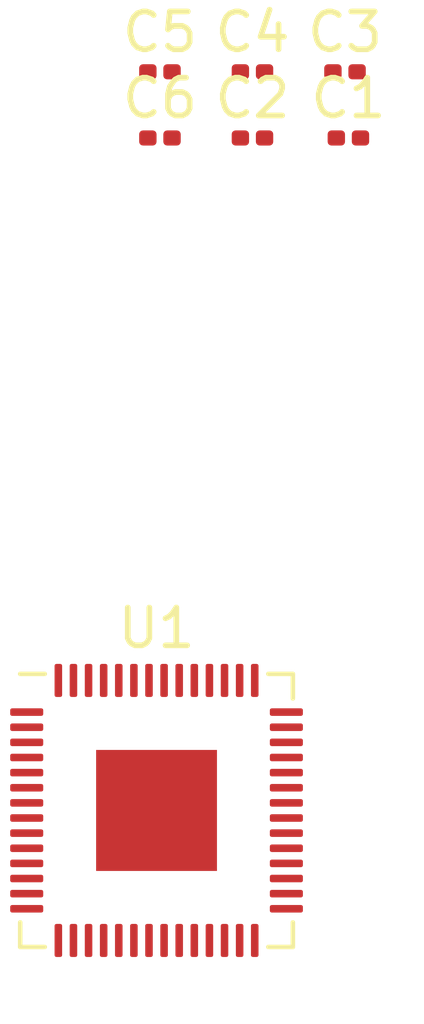
<source format=kicad_pcb>
(kicad_pcb (version 20211014) (generator pcbnew)
  (layers (0 "F.Cu" signal) (31 "B.Cu" signal) (34 "B.Paste" user) (35 "F.Paste" user) (36 "B.SilkS" user "B.Silkscreen") (37 "F.SilkS" user "F.Silkscreen") (38 "B.Mask" user) (39 "F.Mask" user) (44 "Edge.Cuts" user))
  (net 0 "")
  (net 1 "+3V3")
  (net 21 "Net-(U1-Pad23)")
  (net 52 "GND")
  (footprint "Capacitor_SMD:C_0201_0603Metric" (layer "F.Cu") (at 152.31 56.67)
    (fp_text reference "C3" (at 0 -1.05) (layer "F.SilkS"))
    (fp_text value "100n")
    (pad "1" smd roundrect (at -0.32 0) (size 0.46 0.4) (layers "F.Cu" "F.Mask") (net 1 "+3V3"))
    (pad "2" smd roundrect (at 0.32 0) (size 0.46 0.4) (layers "F.Cu" "F.Mask") (net 52 "GND"))
  )
  (footprint "Capacitor_SMD:C_0201_0603Metric" (layer "F.Cu") (at 149.86 56.67)
    (fp_text reference "C4" (at 0 -1.05) (layer "F.SilkS"))
    (fp_text value "100n")
    (pad "1" smd roundrect (at -0.32 0) (size 0.46 0.4) (layers "F.Cu" "F.Mask") (net 1 "+3V3"))
    (pad "2" smd roundrect (at 0.32 0) (size 0.46 0.4) (layers "F.Cu" "F.Mask") (net 52 "GND"))
  )
  (footprint "Capacitor_SMD:C_0201_0603Metric" (layer "F.Cu") (at 149.86 58.42)
    (fp_text reference "C2" (at 0 -1.05) (layer "F.SilkS"))
    (fp_text value "100n")
    (pad "1" smd roundrect (at -0.32 0) (size 0.46 0.4) (layers "F.Cu" "F.Mask") (net 1 "+3V3"))
    (pad "2" smd roundrect (at 0.32 0) (size 0.46 0.4) (layers "F.Cu" "F.Mask") (net 52 "GND"))
  )
  (footprint "Package_DFN_QFN:QFN-56-1EP_7x7mm_P0.4mm_EP3.2x3.2mm" (layer "F.Cu") (at 147.32 76.2)
    (fp_text reference "U1" (at 0 -4.82) (layer "F.SilkS"))
    (fp_text value "RP2040")
    (fp_line (start 3.61 3.61) (end 3.61 2.96) (layer "F.SilkS") (width 0.12))
    (fp_line (start -3.61 3.61) (end -3.61 2.96) (layer "F.SilkS") (width 0.12))
    (fp_line (start 3.61 -3.61) (end 3.61 -2.96) (layer "F.SilkS") (width 0.12))
    (fp_line (start 2.96 3.61) (end 3.61 3.61) (layer "F.SilkS") (width 0.12))
    (fp_line (start -2.96 3.61) (end -3.61 3.61) (layer "F.SilkS") (width 0.12))
    (fp_line (start -2.96 -3.61) (end -3.61 -3.61) (layer "F.SilkS") (width 0.12))
    (fp_line (start 2.96 -3.61) (end 3.61 -3.61) (layer "F.SilkS") (width 0.12))
    (pad "1" smd roundrect locked (at -3.4375 -2.6) (size 0.875 0.2) (layers "F.Cu" "F.Paste" "F.Mask") (net 1 "+3V3"))
    (pad "2" smd roundrect locked (at -3.4375 -2.2) (size 0.875 0.2) (layers "F.Cu" "F.Paste" "F.Mask"))
    (pad "3" smd roundrect locked (at -3.4375 -1.8) (size 0.875 0.2) (layers "F.Cu" "F.Paste" "F.Mask"))
    (pad "4" smd roundrect locked (at -3.4375 -1.4) (size 0.875 0.2) (layers "F.Cu" "F.Paste" "F.Mask"))
    (pad "5" smd roundrect locked (at -3.4375 -1) (size 0.875 0.2) (layers "F.Cu" "F.Paste" "F.Mask"))
    (pad "6" smd roundrect locked (at -3.4375 -0.6) (size 0.875 0.2) (layers "F.Cu" "F.Paste" "F.Mask"))
    (pad "7" smd roundrect locked (at -3.4375 -0.2) (size 0.875 0.2) (layers "F.Cu" "F.Paste" "F.Mask"))
    (pad "8" smd roundrect locked (at -3.4375 0.2) (size 0.875 0.2) (layers "F.Cu" "F.Paste" "F.Mask"))
    (pad "9" smd roundrect locked (at -3.4375 0.6) (size 0.875 0.2) (layers "F.Cu" "F.Paste" "F.Mask"))
    (pad "10" smd roundrect locked (at -3.4375 1) (size 0.875 0.2) (layers "F.Cu" "F.Paste" "F.Mask") (net 1 "+3V3"))
    (pad "11" smd roundrect locked (at -3.4375 1.4) (size 0.875 0.2) (layers "F.Cu" "F.Paste" "F.Mask"))
    (pad "12" smd roundrect locked (at -3.4375 1.8) (size 0.875 0.2) (layers "F.Cu" "F.Paste" "F.Mask"))
    (pad "13" smd roundrect locked (at -3.4375 2.2) (size 0.875 0.2) (layers "F.Cu" "F.Paste" "F.Mask"))
    (pad "14" smd roundrect locked (at -3.4375 2.6) (size 0.875 0.2) (layers "F.Cu" "F.Paste" "F.Mask"))
    (pad "15" smd roundrect locked (at -2.6 3.4375) (size 0.2 0.875) (layers "F.Cu" "F.Paste" "F.Mask"))
    (pad "16" smd roundrect locked (at -2.2 3.4375) (size 0.2 0.875) (layers "F.Cu" "F.Paste" "F.Mask"))
    (pad "17" smd roundrect locked (at -1.8 3.4375) (size 0.2 0.875) (layers "F.Cu" "F.Paste" "F.Mask"))
    (pad "18" smd roundrect locked (at -1.4 3.4375) (size 0.2 0.875) (layers "F.Cu" "F.Paste" "F.Mask"))
    (pad "19" smd roundrect locked (at -1 3.4375) (size 0.2 0.875) (layers "F.Cu" "F.Paste" "F.Mask"))
    (pad "20" smd roundrect locked (at -0.6 3.4375) (size 0.2 0.875) (layers "F.Cu" "F.Paste" "F.Mask"))
    (pad "21" smd roundrect locked (at -0.2 3.4375) (size 0.2 0.875) (layers "F.Cu" "F.Paste" "F.Mask"))
    (pad "22" smd roundrect locked (at 0.2 3.4375) (size 0.2 0.875) (layers "F.Cu" "F.Paste" "F.Mask") (net 1 "+3V3"))
    (pad "23" smd roundrect locked (at 0.6 3.4375) (size 0.2 0.875) (layers "F.Cu" "F.Paste" "F.Mask") (net 21 "Net-(U1-Pad23)"))
    (pad "24" smd roundrect locked (at 1 3.4375) (size 0.2 0.875) (layers "F.Cu" "F.Paste" "F.Mask"))
    (pad "25" smd roundrect locked (at 1.4 3.4375) (size 0.2 0.875) (layers "F.Cu" "F.Paste" "F.Mask"))
    (pad "26" smd roundrect locked (at 1.8 3.4375) (size 0.2 0.875) (layers "F.Cu" "F.Paste" "F.Mask"))
    (pad "27" smd roundrect locked (at 2.2 3.4375) (size 0.2 0.875) (layers "F.Cu" "F.Paste" "F.Mask"))
    (pad "28" smd roundrect locked (at 2.6 3.4375) (size 0.2 0.875) (layers "F.Cu" "F.Paste" "F.Mask"))
    (pad "29" smd roundrect locked (at 3.4375 2.6) (size 0.875 0.2) (layers "F.Cu" "F.Paste" "F.Mask"))
    (pad "30" smd roundrect locked (at 3.4375 2.2) (size 0.875 0.2) (layers "F.Cu" "F.Paste" "F.Mask"))
    (pad "31" smd roundrect locked (at 3.4375 1.8) (size 0.875 0.2) (layers "F.Cu" "F.Paste" "F.Mask"))
    (pad "32" smd roundrect locked (at 3.4375 1.4) (size 0.875 0.2) (layers "F.Cu" "F.Paste" "F.Mask"))
    (pad "33" smd roundrect locked (at 3.4375 1) (size 0.875 0.2) (layers "F.Cu" "F.Paste" "F.Mask") (net 1 "+3V3"))
    (pad "34" smd roundrect locked (at 3.4375 0.6) (size 0.875 0.2) (layers "F.Cu" "F.Paste" "F.Mask"))
    (pad "35" smd roundrect locked (at 3.4375 0.2) (size 0.875 0.2) (layers "F.Cu" "F.Paste" "F.Mask"))
    (pad "36" smd roundrect locked (at 3.4375 -0.2) (size 0.875 0.2) (layers "F.Cu" "F.Paste" "F.Mask"))
    (pad "37" smd roundrect locked (at 3.4375 -0.6) (size 0.875 0.2) (layers "F.Cu" "F.Paste" "F.Mask"))
    (pad "38" smd roundrect locked (at 3.4375 -1) (size 0.875 0.2) (layers "F.Cu" "F.Paste" "F.Mask"))
    (pad "39" smd roundrect locked (at 3.4375 -1.4) (size 0.875 0.2) (layers "F.Cu" "F.Paste" "F.Mask"))
    (pad "40" smd roundrect locked (at 3.4375 -1.8) (size 0.875 0.2) (layers "F.Cu" "F.Paste" "F.Mask"))
    (pad "41" smd roundrect locked (at 3.4375 -2.2) (size 0.875 0.2) (layers "F.Cu" "F.Paste" "F.Mask"))
    (pad "42" smd roundrect locked (at 3.4375 -2.6) (size 0.875 0.2) (layers "F.Cu" "F.Paste" "F.Mask") (net 1 "+3V3"))
    (pad "43" smd roundrect locked (at 2.6 -3.4375) (size 0.2 0.875) (layers "F.Cu" "F.Paste" "F.Mask"))
    (pad "44" smd roundrect locked (at 2.2 -3.4375) (size 0.2 0.875) (layers "F.Cu" "F.Paste" "F.Mask"))
    (pad "45" smd roundrect locked (at 1.8 -3.4375) (size 0.2 0.875) (layers "F.Cu" "F.Paste" "F.Mask"))
    (pad "46" smd roundrect locked (at 1.4 -3.4375) (size 0.2 0.875) (layers "F.Cu" "F.Paste" "F.Mask"))
    (pad "47" smd roundrect locked (at 1 -3.4375) (size 0.2 0.875) (layers "F.Cu" "F.Paste" "F.Mask"))
    (pad "48" smd roundrect locked (at 0.6 -3.4375) (size 0.2 0.875) (layers "F.Cu" "F.Paste" "F.Mask"))
    (pad "49" smd roundrect locked (at 0.2 -3.4375) (size 0.2 0.875) (layers "F.Cu" "F.Paste" "F.Mask") (net 1 "+3V3"))
    (pad "50" smd roundrect locked (at -0.2 -3.4375) (size 0.2 0.875) (layers "F.Cu" "F.Paste" "F.Mask") (net 21 "Net-(U1-Pad23)"))
    (pad "51" smd roundrect locked (at -0.6 -3.4375) (size 0.2 0.875) (layers "F.Cu" "F.Paste" "F.Mask"))
    (pad "52" smd roundrect locked (at -1 -3.4375) (size 0.2 0.875) (layers "F.Cu" "F.Paste" "F.Mask"))
    (pad "53" smd roundrect locked (at -1.4 -3.4375) (size 0.2 0.875) (layers "F.Cu" "F.Paste" "F.Mask"))
    (pad "54" smd roundrect locked (at -1.8 -3.4375) (size 0.2 0.875) (layers "F.Cu" "F.Paste" "F.Mask"))
    (pad "55" smd roundrect locked (at -2.2 -3.4375) (size 0.2 0.875) (layers "F.Cu" "F.Paste" "F.Mask"))
    (pad "56" smd roundrect locked (at -2.6 -3.4375) (size 0.2 0.875) (layers "F.Cu" "F.Paste" "F.Mask"))
    (pad "57" smd rect locked (at 0 0) (size 3.2 3.2) (layers "F.Cu" "F.Mask"))
  )
  (footprint "Capacitor_SMD:C_0201_0603Metric" (layer "F.Cu") (at 152.4 58.42)
    (fp_text reference "C1" (at 0 -1.05) (layer "F.SilkS"))
    (fp_text value "100n")
    (pad "1" smd roundrect (at -0.32 0) (size 0.46 0.4) (layers "F.Cu" "F.Mask") (net 1 "+3V3"))
    (pad "2" smd roundrect (at 0.32 0) (size 0.46 0.4) (layers "F.Cu" "F.Mask") (net 52 "GND"))
  )
  (footprint "Capacitor_SMD:C_0201_0603Metric" (layer "F.Cu") (at 147.41 58.42)
    (fp_text reference "C6" (at 0 -1.05) (layer "F.SilkS"))
    (fp_text value "100n")
    (pad "1" smd roundrect (at -0.32 0) (size 0.46 0.4) (layers "F.Cu" "F.Mask") (net 1 "+3V3"))
    (pad "2" smd roundrect (at 0.32 0) (size 0.46 0.4) (layers "F.Cu" "F.Mask") (net 52 "GND"))
  )
  (footprint "Capacitor_SMD:C_0201_0603Metric" (layer "F.Cu") (at 147.41 56.67)
    (fp_text reference "C5" (at 0 -1.05) (layer "F.SilkS"))
    (fp_text value "100n")
    (pad "1" smd roundrect (at -0.32 0) (size 0.46 0.4) (layers "F.Cu" "F.Mask") (net 1 "+3V3"))
    (pad "2" smd roundrect (at 0.32 0) (size 0.46 0.4) (layers "F.Cu" "F.Mask") (net 52 "GND"))
  )
)
</source>
